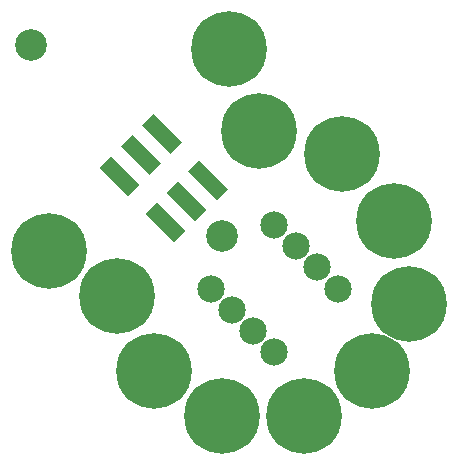
<source format=gbs>
G04 #@! TF.FileFunction,Soldermask,Bot*
%FSLAX46Y46*%
G04 Gerber Fmt 4.6, Leading zero omitted, Abs format (unit mm)*
G04 Created by KiCad (PCBNEW 4.0.2+dfsg1-stable) date Wed 08 Aug 2018 06:44:04 PM EDT*
%MOMM*%
G01*
G04 APERTURE LIST*
%ADD10C,0.100000*%
%ADD11C,2.686000*%
%ADD12C,6.400000*%
%ADD13C,2.305000*%
G04 APERTURE END LIST*
D10*
D11*
X106371846Y-100021846D03*
X122536307Y-116186307D03*
D12*
X138430000Y-121920000D03*
D10*
G36*
X116747599Y-105840155D02*
X119167743Y-108260299D01*
X118202401Y-109225641D01*
X115782257Y-106805497D01*
X116747599Y-105840155D01*
X116747599Y-105840155D01*
G37*
G36*
X114951548Y-107636206D02*
X117371692Y-110056350D01*
X116406350Y-111021692D01*
X113986206Y-108601548D01*
X114951548Y-107636206D01*
X114951548Y-107636206D01*
G37*
G36*
X113155497Y-109432257D02*
X115575641Y-111852401D01*
X114610299Y-112817743D01*
X112190155Y-110397599D01*
X113155497Y-109432257D01*
X113155497Y-109432257D01*
G37*
G36*
X120662991Y-109755546D02*
X123083135Y-112175690D01*
X122117793Y-113141032D01*
X119697649Y-110720888D01*
X120662991Y-109755546D01*
X120662991Y-109755546D01*
G37*
G36*
X118866939Y-111551597D02*
X121287083Y-113971741D01*
X120321741Y-114937083D01*
X117901597Y-112516939D01*
X118866939Y-111551597D01*
X118866939Y-111551597D01*
G37*
G36*
X117070888Y-113347649D02*
X119491032Y-115767793D01*
X118525690Y-116733135D01*
X116105546Y-114312991D01*
X117070888Y-113347649D01*
X117070888Y-113347649D01*
G37*
D12*
X135255000Y-127635000D03*
X137160000Y-114935000D03*
X125730000Y-107315000D03*
X113665000Y-121285000D03*
X122555000Y-131445000D03*
X129540000Y-131445000D03*
D13*
X121611846Y-120650000D03*
X123407898Y-122446051D03*
X125203949Y-124242102D03*
X127000000Y-126038154D03*
X132388154Y-120650000D03*
X130592102Y-118853949D03*
X128796051Y-117057898D03*
X127000000Y-115261846D03*
D12*
X116840000Y-127635000D03*
X132715000Y-109220000D03*
X107900000Y-117460000D03*
X123190000Y-100330000D03*
M02*

</source>
